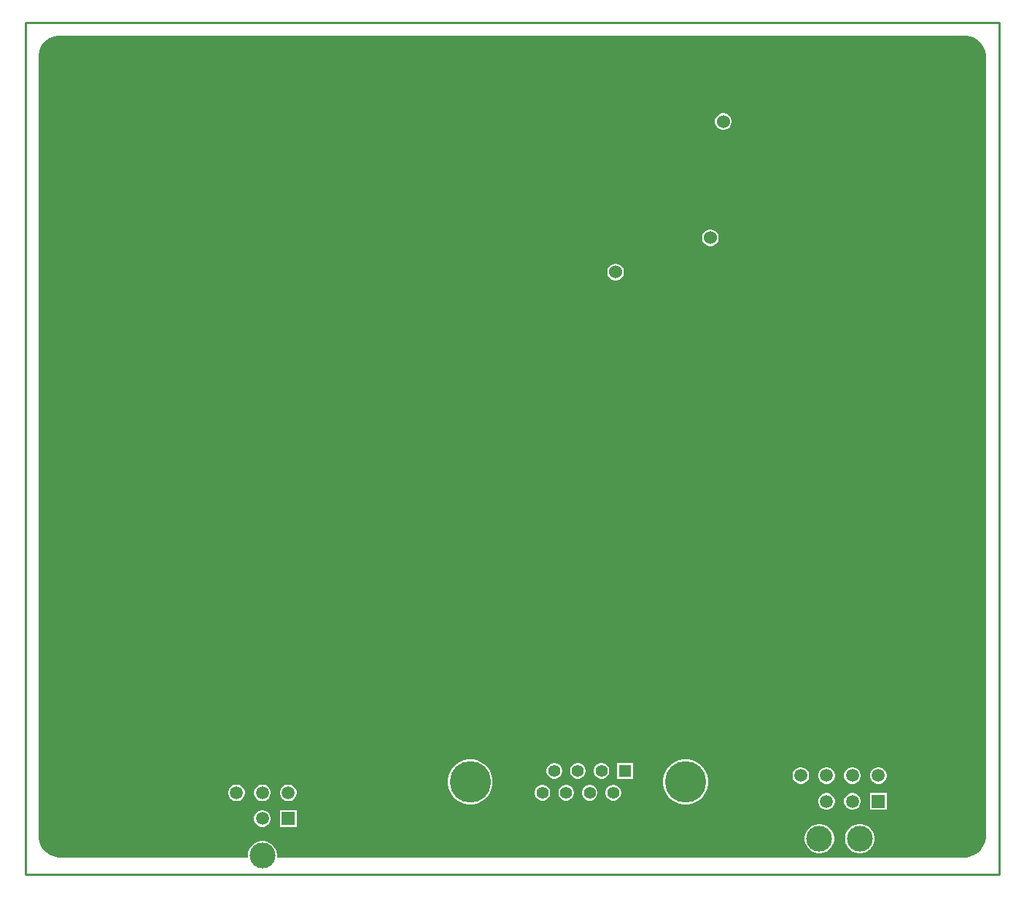
<source format=gbr>
%TF.GenerationSoftware,Altium Limited,Altium Designer,25.6.2 (33)*%
G04 Layer_Physical_Order=2*
G04 Layer_Color=16711680*
%FSLAX45Y45*%
%MOMM*%
%TF.SameCoordinates,A7DCC95B-C82A-44D7-B00A-882B20F37DA3*%
%TF.FilePolarity,Positive*%
%TF.FileFunction,Copper,L2,Bot,Signal*%
%TF.Part,Single*%
G01*
G75*
%TA.AperFunction,ViaPad*%
%ADD29C,1.52400*%
%TA.AperFunction,ComponentPad*%
%ADD30C,1.40000*%
%ADD31C,4.80000*%
%ADD32R,1.40000X1.40000*%
%ADD33C,1.52000*%
%ADD34R,1.52000X1.52000*%
%ADD35C,3.00000*%
%TA.AperFunction,ViaPad*%
%ADD36C,1.27000*%
%TA.AperFunction,NonConductor*%
%ADD37C,0.25400*%
G36*
X13820090Y12290239D02*
X13866315Y12271092D01*
X13907915Y12243295D01*
X13943294Y12207915D01*
X13971092Y12166314D01*
X13990239Y12120089D01*
X14000000Y12071017D01*
Y12046000D01*
Y3004000D01*
Y2978983D01*
X13990239Y2929911D01*
X13971092Y2883686D01*
X13943294Y2842084D01*
X13907915Y2806705D01*
X13866315Y2778908D01*
X13820090Y2759761D01*
X13771017Y2750000D01*
X5771031D01*
X5769999Y2751258D01*
Y2784744D01*
X5763466Y2817588D01*
X5750651Y2848526D01*
X5732047Y2876369D01*
X5708368Y2900048D01*
X5680525Y2918653D01*
X5649587Y2931468D01*
X5616743Y2938001D01*
X5583256D01*
X5550412Y2931468D01*
X5519474Y2918653D01*
X5491631Y2900048D01*
X5467952Y2876369D01*
X5449347Y2848526D01*
X5436533Y2817588D01*
X5430000Y2784744D01*
Y2751258D01*
X5428968Y2750000D01*
X3228983D01*
X3179911Y2759761D01*
X3133686Y2778908D01*
X3092084Y2806705D01*
X3056705Y2842084D01*
X3028908Y2883686D01*
X3009761Y2929911D01*
X3000000Y2978983D01*
Y3004000D01*
Y12046000D01*
Y12071017D01*
X3009761Y12120089D01*
X3028908Y12166314D01*
X3056705Y12207915D01*
X3092084Y12243295D01*
X3133686Y12271092D01*
X3179911Y12290239D01*
X3228983Y12300000D01*
X13771017D01*
X13820090Y12290239D01*
D02*
G37*
%LPC*%
G36*
X10962665Y11396200D02*
X10937335D01*
X10912868Y11389644D01*
X10890932Y11376979D01*
X10873021Y11359068D01*
X10860356Y11337132D01*
X10853800Y11312665D01*
Y11287335D01*
X10860356Y11262868D01*
X10873021Y11240932D01*
X10890932Y11223021D01*
X10912868Y11210356D01*
X10937335Y11203800D01*
X10962665D01*
X10987132Y11210356D01*
X11009068Y11223021D01*
X11026979Y11240932D01*
X11039644Y11262868D01*
X11046200Y11287335D01*
Y11312665D01*
X11039644Y11337132D01*
X11026979Y11359068D01*
X11009068Y11376979D01*
X10987132Y11389644D01*
X10962665Y11396200D01*
D02*
G37*
G36*
X10812665Y10046200D02*
X10787335D01*
X10762868Y10039644D01*
X10740932Y10026979D01*
X10723021Y10009068D01*
X10710356Y9987132D01*
X10703800Y9962665D01*
Y9937335D01*
X10710356Y9912868D01*
X10723021Y9890932D01*
X10740932Y9873021D01*
X10762868Y9860356D01*
X10787335Y9853800D01*
X10812665D01*
X10837132Y9860356D01*
X10859068Y9873021D01*
X10876979Y9890932D01*
X10889644Y9912868D01*
X10896200Y9937335D01*
Y9962665D01*
X10889644Y9987132D01*
X10876979Y10009068D01*
X10859068Y10026979D01*
X10837132Y10039644D01*
X10812665Y10046200D01*
D02*
G37*
G36*
X9712665Y9646200D02*
X9687335D01*
X9662868Y9639644D01*
X9640932Y9626979D01*
X9623021Y9609068D01*
X9610356Y9587132D01*
X9603800Y9562665D01*
Y9537335D01*
X9610356Y9512868D01*
X9623021Y9490932D01*
X9640932Y9473021D01*
X9662868Y9460356D01*
X9687335Y9453800D01*
X9712665D01*
X9737132Y9460356D01*
X9759068Y9473021D01*
X9776979Y9490932D01*
X9789644Y9512868D01*
X9796200Y9537335D01*
Y9562665D01*
X9789644Y9587132D01*
X9776979Y9609068D01*
X9759068Y9626979D01*
X9737132Y9639644D01*
X9712665Y9646200D01*
D02*
G37*
G36*
X9901000Y3844000D02*
X9721000D01*
Y3664000D01*
X9901000D01*
Y3844000D01*
D02*
G37*
G36*
X9548849D02*
X9525151D01*
X9502261Y3837867D01*
X9481739Y3826018D01*
X9464982Y3809261D01*
X9453133Y3788739D01*
X9447000Y3765849D01*
Y3742152D01*
X9453133Y3719262D01*
X9464982Y3698739D01*
X9481739Y3681982D01*
X9502261Y3670134D01*
X9525151Y3664000D01*
X9548849D01*
X9571739Y3670134D01*
X9592261Y3681982D01*
X9609018Y3698739D01*
X9620866Y3719262D01*
X9627000Y3742152D01*
Y3765849D01*
X9620866Y3788739D01*
X9609018Y3809261D01*
X9592261Y3826018D01*
X9571739Y3837867D01*
X9548849Y3844000D01*
D02*
G37*
G36*
X9274849D02*
X9251151D01*
X9228261Y3837867D01*
X9207739Y3826018D01*
X9190982Y3809261D01*
X9179134Y3788739D01*
X9173000Y3765849D01*
Y3742152D01*
X9179134Y3719262D01*
X9190982Y3698739D01*
X9207739Y3681982D01*
X9228261Y3670134D01*
X9251151Y3664000D01*
X9274849D01*
X9297739Y3670134D01*
X9318261Y3681982D01*
X9335018Y3698739D01*
X9346866Y3719262D01*
X9353000Y3742152D01*
Y3765849D01*
X9346866Y3788739D01*
X9335018Y3809261D01*
X9318261Y3826018D01*
X9297739Y3837867D01*
X9274849Y3844000D01*
D02*
G37*
G36*
X9000849D02*
X8977151D01*
X8954261Y3837867D01*
X8933739Y3826018D01*
X8916982Y3809261D01*
X8905134Y3788739D01*
X8899000Y3765849D01*
Y3742152D01*
X8905134Y3719262D01*
X8916982Y3698739D01*
X8933739Y3681982D01*
X8954261Y3670134D01*
X8977151Y3664000D01*
X9000849D01*
X9023739Y3670134D01*
X9044261Y3681982D01*
X9061018Y3698739D01*
X9072867Y3719262D01*
X9079000Y3742152D01*
Y3765849D01*
X9072867Y3788739D01*
X9061018Y3809261D01*
X9044261Y3826018D01*
X9023739Y3837867D01*
X9000849Y3844000D01*
D02*
G37*
G36*
X12762638Y3796000D02*
X12737361D01*
X12712945Y3789457D01*
X12691055Y3776819D01*
X12673181Y3758945D01*
X12660542Y3737055D01*
X12654000Y3712638D01*
Y3687361D01*
X12660542Y3662945D01*
X12673181Y3641055D01*
X12691055Y3623181D01*
X12712945Y3610542D01*
X12737361Y3604000D01*
X12762638D01*
X12787054Y3610542D01*
X12808945Y3623181D01*
X12826819Y3641055D01*
X12839458Y3662945D01*
X12846001Y3687361D01*
Y3712638D01*
X12839458Y3737055D01*
X12826819Y3758945D01*
X12808945Y3776819D01*
X12787054Y3789457D01*
X12762638Y3796000D01*
D02*
G37*
G36*
X12462639D02*
X12437361D01*
X12412945Y3789457D01*
X12391055Y3776819D01*
X12373181Y3758945D01*
X12360542Y3737055D01*
X12354000Y3712638D01*
Y3687361D01*
X12360542Y3662945D01*
X12373181Y3641055D01*
X12391055Y3623181D01*
X12412945Y3610542D01*
X12437361Y3604000D01*
X12462639D01*
X12487055Y3610542D01*
X12508945Y3623181D01*
X12526819Y3641055D01*
X12539458Y3662945D01*
X12546000Y3687361D01*
Y3712638D01*
X12539458Y3737055D01*
X12526819Y3758945D01*
X12508945Y3776819D01*
X12487055Y3789457D01*
X12462639Y3796000D01*
D02*
G37*
G36*
X12162638D02*
X12137361D01*
X12112945Y3789457D01*
X12091055Y3776819D01*
X12073181Y3758945D01*
X12060542Y3737055D01*
X12054000Y3712638D01*
Y3687361D01*
X12060542Y3662945D01*
X12073181Y3641055D01*
X12091055Y3623181D01*
X12112945Y3610542D01*
X12137361Y3604000D01*
X12162638D01*
X12187054Y3610542D01*
X12208945Y3623181D01*
X12226819Y3641055D01*
X12239457Y3662945D01*
X12246000Y3687361D01*
Y3712638D01*
X12239457Y3737055D01*
X12226819Y3758945D01*
X12208945Y3776819D01*
X12187054Y3789457D01*
X12162638Y3796000D01*
D02*
G37*
G36*
X11862638D02*
X11837361D01*
X11812945Y3789457D01*
X11791055Y3776819D01*
X11773181Y3758945D01*
X11760542Y3737055D01*
X11754000Y3712638D01*
Y3687361D01*
X11760542Y3662945D01*
X11773181Y3641055D01*
X11791055Y3623181D01*
X11812945Y3610542D01*
X11837361Y3604000D01*
X11862638D01*
X11887054Y3610542D01*
X11908945Y3623181D01*
X11926819Y3641055D01*
X11939457Y3662945D01*
X11946000Y3687361D01*
Y3712638D01*
X11939457Y3737055D01*
X11926819Y3758945D01*
X11908945Y3776819D01*
X11887054Y3789457D01*
X11862638Y3796000D01*
D02*
G37*
G36*
X9685849Y3590000D02*
X9662151D01*
X9639261Y3583867D01*
X9618739Y3572018D01*
X9601982Y3555261D01*
X9590133Y3534739D01*
X9584000Y3511849D01*
Y3488152D01*
X9590133Y3465262D01*
X9601982Y3444739D01*
X9618739Y3427982D01*
X9639261Y3416134D01*
X9662151Y3410000D01*
X9685849D01*
X9708739Y3416134D01*
X9729261Y3427982D01*
X9746018Y3444739D01*
X9757866Y3465262D01*
X9764000Y3488152D01*
Y3511849D01*
X9757866Y3534739D01*
X9746018Y3555261D01*
X9729261Y3572018D01*
X9708739Y3583867D01*
X9685849Y3590000D01*
D02*
G37*
G36*
X9411849D02*
X9388151D01*
X9365261Y3583867D01*
X9344739Y3572018D01*
X9327982Y3555261D01*
X9316134Y3534739D01*
X9310000Y3511849D01*
Y3488152D01*
X9316134Y3465262D01*
X9327982Y3444739D01*
X9344739Y3427982D01*
X9365261Y3416134D01*
X9388151Y3410000D01*
X9411849D01*
X9434739Y3416134D01*
X9455261Y3427982D01*
X9472018Y3444739D01*
X9483866Y3465262D01*
X9490000Y3488152D01*
Y3511849D01*
X9483866Y3534739D01*
X9472018Y3555261D01*
X9455261Y3572018D01*
X9434739Y3583867D01*
X9411849Y3590000D01*
D02*
G37*
G36*
X9137849D02*
X9114151D01*
X9091261Y3583867D01*
X9070739Y3572018D01*
X9053982Y3555261D01*
X9042134Y3534739D01*
X9036000Y3511849D01*
Y3488152D01*
X9042134Y3465262D01*
X9053982Y3444739D01*
X9070739Y3427982D01*
X9091261Y3416134D01*
X9114151Y3410000D01*
X9137849D01*
X9160739Y3416134D01*
X9181261Y3427982D01*
X9198018Y3444739D01*
X9209867Y3465262D01*
X9216000Y3488152D01*
Y3511849D01*
X9209867Y3534739D01*
X9198018Y3555261D01*
X9181261Y3572018D01*
X9160739Y3583867D01*
X9137849Y3590000D01*
D02*
G37*
G36*
X8863848D02*
X8840151D01*
X8817261Y3583867D01*
X8796739Y3572018D01*
X8779982Y3555261D01*
X8768133Y3534739D01*
X8762000Y3511849D01*
Y3488152D01*
X8768133Y3465262D01*
X8779982Y3444739D01*
X8796739Y3427982D01*
X8817261Y3416134D01*
X8840151Y3410000D01*
X8863848D01*
X8886738Y3416134D01*
X8907261Y3427982D01*
X8924017Y3444739D01*
X8935866Y3465262D01*
X8942000Y3488152D01*
Y3511849D01*
X8935866Y3534739D01*
X8924017Y3555261D01*
X8907261Y3572018D01*
X8886738Y3583867D01*
X8863848Y3590000D01*
D02*
G37*
G36*
X5912638Y3596000D02*
X5887361D01*
X5862945Y3589458D01*
X5841054Y3576820D01*
X5823180Y3558946D01*
X5810542Y3537055D01*
X5804000Y3512639D01*
Y3487362D01*
X5810542Y3462946D01*
X5823180Y3441055D01*
X5841054Y3423182D01*
X5862945Y3410543D01*
X5887361Y3404001D01*
X5912638D01*
X5937054Y3410543D01*
X5958945Y3423182D01*
X5976818Y3441055D01*
X5989457Y3462946D01*
X5995999Y3487362D01*
Y3512639D01*
X5989457Y3537055D01*
X5976818Y3558946D01*
X5958945Y3576820D01*
X5937054Y3589458D01*
X5912638Y3596000D01*
D02*
G37*
G36*
X5612638D02*
X5587361D01*
X5562945Y3589458D01*
X5541054Y3576820D01*
X5523180Y3558946D01*
X5510542Y3537055D01*
X5504000Y3512639D01*
Y3487362D01*
X5510542Y3462946D01*
X5523180Y3441055D01*
X5541054Y3423182D01*
X5562945Y3410543D01*
X5587361Y3404001D01*
X5612638D01*
X5637054Y3410543D01*
X5658945Y3423182D01*
X5676818Y3441055D01*
X5689457Y3462946D01*
X5695999Y3487362D01*
Y3512639D01*
X5689457Y3537055D01*
X5676818Y3558946D01*
X5658945Y3576820D01*
X5637054Y3589458D01*
X5612638Y3596000D01*
D02*
G37*
G36*
X5312638D02*
X5287361D01*
X5262945Y3589458D01*
X5241054Y3576820D01*
X5223180Y3558946D01*
X5210542Y3537055D01*
X5203999Y3512639D01*
Y3487362D01*
X5210542Y3462946D01*
X5223180Y3441055D01*
X5241054Y3423182D01*
X5262945Y3410543D01*
X5287361Y3404001D01*
X5312638D01*
X5337054Y3410543D01*
X5358945Y3423182D01*
X5376818Y3441055D01*
X5389457Y3462946D01*
X5395999Y3487362D01*
Y3512639D01*
X5389457Y3537055D01*
X5376818Y3558946D01*
X5358945Y3576820D01*
X5337054Y3589458D01*
X5312638Y3596000D01*
D02*
G37*
G36*
X10538608Y3887000D02*
X10487392D01*
X10437161Y3877009D01*
X10389844Y3857409D01*
X10347260Y3828955D01*
X10311045Y3792740D01*
X10282591Y3750156D01*
X10262992Y3702839D01*
X10253000Y3652608D01*
Y3601392D01*
X10262992Y3551161D01*
X10282591Y3503844D01*
X10311045Y3461260D01*
X10347260Y3425045D01*
X10389844Y3396591D01*
X10437161Y3376992D01*
X10487392Y3367000D01*
X10538608D01*
X10588839Y3376992D01*
X10636156Y3396591D01*
X10678740Y3425045D01*
X10714955Y3461260D01*
X10743409Y3503844D01*
X10763008Y3551161D01*
X10773000Y3601392D01*
Y3652608D01*
X10763008Y3702839D01*
X10743409Y3750156D01*
X10714955Y3792740D01*
X10678740Y3828955D01*
X10636156Y3857409D01*
X10588839Y3877009D01*
X10538608Y3887000D01*
D02*
G37*
G36*
X8038608D02*
X7987392D01*
X7937161Y3877009D01*
X7889844Y3857409D01*
X7847260Y3828955D01*
X7811045Y3792740D01*
X7782591Y3750156D01*
X7762992Y3702839D01*
X7753000Y3652608D01*
Y3601392D01*
X7762992Y3551161D01*
X7782591Y3503844D01*
X7811045Y3461260D01*
X7847260Y3425045D01*
X7889844Y3396591D01*
X7937161Y3376992D01*
X7987392Y3367000D01*
X8038608D01*
X8088839Y3376992D01*
X8136156Y3396591D01*
X8178740Y3425045D01*
X8214955Y3461260D01*
X8243409Y3503844D01*
X8263008Y3551161D01*
X8273000Y3601392D01*
Y3652608D01*
X8263008Y3702839D01*
X8243409Y3750156D01*
X8214955Y3792740D01*
X8178740Y3828955D01*
X8136156Y3857409D01*
X8088839Y3877009D01*
X8038608Y3887000D01*
D02*
G37*
G36*
X12846001Y3496000D02*
X12654000D01*
Y3304000D01*
X12846001D01*
Y3496000D01*
D02*
G37*
G36*
X12462639D02*
X12437361D01*
X12412945Y3489458D01*
X12391055Y3476819D01*
X12373181Y3458945D01*
X12360542Y3437055D01*
X12354000Y3412639D01*
Y3387362D01*
X12360542Y3362946D01*
X12373181Y3341055D01*
X12391055Y3323181D01*
X12412945Y3310543D01*
X12437361Y3304000D01*
X12462639D01*
X12487055Y3310543D01*
X12508945Y3323181D01*
X12526819Y3341055D01*
X12539458Y3362946D01*
X12546000Y3387362D01*
Y3412639D01*
X12539458Y3437055D01*
X12526819Y3458945D01*
X12508945Y3476819D01*
X12487055Y3489458D01*
X12462639Y3496000D01*
D02*
G37*
G36*
X12162638D02*
X12137361D01*
X12112945Y3489458D01*
X12091055Y3476819D01*
X12073181Y3458945D01*
X12060542Y3437055D01*
X12054000Y3412639D01*
Y3387362D01*
X12060542Y3362946D01*
X12073181Y3341055D01*
X12091055Y3323181D01*
X12112945Y3310543D01*
X12137361Y3304000D01*
X12162638D01*
X12187054Y3310543D01*
X12208945Y3323181D01*
X12226819Y3341055D01*
X12239457Y3362946D01*
X12246000Y3387362D01*
Y3412639D01*
X12239457Y3437055D01*
X12226819Y3458945D01*
X12208945Y3476819D01*
X12187054Y3489458D01*
X12162638Y3496000D01*
D02*
G37*
G36*
X5995999Y3296001D02*
X5804000D01*
Y3104001D01*
X5995999D01*
Y3296001D01*
D02*
G37*
G36*
X5612638D02*
X5587361D01*
X5562945Y3289458D01*
X5541054Y3276820D01*
X5523180Y3258946D01*
X5510542Y3237055D01*
X5504000Y3212639D01*
Y3187362D01*
X5510542Y3162946D01*
X5523180Y3141055D01*
X5541054Y3123182D01*
X5562945Y3110543D01*
X5587361Y3104001D01*
X5612638D01*
X5637054Y3110543D01*
X5658945Y3123182D01*
X5676818Y3141055D01*
X5689457Y3162946D01*
X5695999Y3187362D01*
Y3212639D01*
X5689457Y3237055D01*
X5676818Y3258946D01*
X5658945Y3276820D01*
X5637054Y3289458D01*
X5612638Y3296001D01*
D02*
G37*
G36*
X12550743Y3138000D02*
X12517256D01*
X12484413Y3131467D01*
X12453475Y3118652D01*
X12425631Y3100048D01*
X12401952Y3076369D01*
X12383348Y3048525D01*
X12370533Y3017587D01*
X12364000Y2984744D01*
Y2951257D01*
X12370533Y2918413D01*
X12383348Y2887475D01*
X12401952Y2859632D01*
X12425631Y2835953D01*
X12453475Y2817348D01*
X12484413Y2804533D01*
X12517256Y2798000D01*
X12550743D01*
X12583587Y2804533D01*
X12614525Y2817348D01*
X12642368Y2835953D01*
X12666047Y2859632D01*
X12684652Y2887475D01*
X12697467Y2918413D01*
X12704000Y2951257D01*
Y2984744D01*
X12697467Y3017587D01*
X12684652Y3048525D01*
X12666047Y3076369D01*
X12642368Y3100048D01*
X12614525Y3118652D01*
X12583587Y3131467D01*
X12550743Y3138000D01*
D02*
G37*
G36*
X12082743D02*
X12049257D01*
X12016413Y3131467D01*
X11985475Y3118652D01*
X11957631Y3100048D01*
X11933953Y3076369D01*
X11915348Y3048525D01*
X11902533Y3017587D01*
X11896000Y2984744D01*
Y2951257D01*
X11902533Y2918413D01*
X11915348Y2887475D01*
X11933953Y2859632D01*
X11957631Y2835953D01*
X11985475Y2817348D01*
X12016413Y2804533D01*
X12049257Y2798000D01*
X12082743D01*
X12115587Y2804533D01*
X12146525Y2817348D01*
X12174369Y2835953D01*
X12198047Y2859632D01*
X12216652Y2887475D01*
X12229467Y2918413D01*
X12236000Y2951257D01*
Y2984744D01*
X12229467Y3017587D01*
X12216652Y3048525D01*
X12198047Y3076369D01*
X12174369Y3100048D01*
X12146525Y3118652D01*
X12115587Y3131467D01*
X12082743Y3138000D01*
D02*
G37*
%LPD*%
D29*
X9700000Y9550000D02*
D03*
X10800000Y9950000D02*
D03*
X10950000Y11300000D02*
D03*
D30*
X8715000Y3754000D02*
D03*
X8852000Y3500000D02*
D03*
X9126000D02*
D03*
X9400000D02*
D03*
X9674000D02*
D03*
X8989000Y3754000D02*
D03*
X9537000D02*
D03*
X9263000D02*
D03*
D31*
X8013000Y3627000D02*
D03*
X10513000D02*
D03*
D32*
X9811000Y3754000D02*
D03*
D33*
X5599999Y3500001D02*
D03*
X5299999Y3200001D02*
D03*
X11850000Y3400000D02*
D03*
Y3700000D02*
D03*
X12450000Y3400000D02*
D03*
X12750000Y3700000D02*
D03*
X12150000Y3400000D02*
D03*
X12450000Y3700000D02*
D03*
X12150000D02*
D03*
X5299999Y3500001D02*
D03*
X5599999Y3200001D02*
D03*
X5899999Y3500001D02*
D03*
D34*
Y3200001D02*
D03*
X12750000Y3400000D02*
D03*
D35*
X12534000Y2968000D02*
D03*
X12066000D02*
D03*
X5599999Y2768001D02*
D03*
D36*
X3950000Y7222726D02*
D03*
Y6418181D02*
D03*
Y4809090D02*
D03*
Y4004545D02*
D03*
X12773799Y9532500D02*
D03*
X11250000Y2950000D02*
D03*
X6923799Y3732500D02*
D03*
X7073799Y5382500D02*
D03*
X7273799Y6432500D02*
D03*
X5528727Y3953285D02*
D03*
X4823799Y4982500D02*
D03*
Y6732500D02*
D03*
Y7582500D02*
D03*
X4873799Y9532500D02*
D03*
X7023799D02*
D03*
X7323799Y8482500D02*
D03*
X10493799Y6202500D02*
D03*
X11223799Y5582500D02*
D03*
X10723799Y4482500D02*
D03*
X11773799Y4532500D02*
D03*
X12873799Y6582500D02*
D03*
Y7432500D02*
D03*
X10623799Y7732500D02*
D03*
X11873798Y8932500D02*
D03*
X10773799D02*
D03*
X9673799D02*
D03*
X7699999Y10650000D02*
D03*
X8799999D02*
D03*
X9899999D02*
D03*
X10999999D02*
D03*
X12099998D02*
D03*
X13600000Y4250000D02*
D03*
Y3100000D02*
D03*
X12049999Y12100000D02*
D03*
X10949999D02*
D03*
X9849999D02*
D03*
X8749999D02*
D03*
X7649999D02*
D03*
X6549999D02*
D03*
X5450000D02*
D03*
X4350000D02*
D03*
X3250000D02*
D03*
X13600000Y5400000D02*
D03*
Y6450000D02*
D03*
Y7650000D02*
D03*
Y8800000D02*
D03*
Y9950000D02*
D03*
Y10950000D02*
D03*
X13099998Y2950000D02*
D03*
X10457142D02*
D03*
X9135714D02*
D03*
X7814285D02*
D03*
X6492857D02*
D03*
X4700000Y2900000D02*
D03*
X3850000Y2950000D02*
D03*
X3250000Y3200000D02*
D03*
Y4004545D02*
D03*
Y4809090D02*
D03*
Y5613636D02*
D03*
Y6418181D02*
D03*
Y7222726D02*
D03*
Y8027271D02*
D03*
Y9636362D02*
D03*
X3250000Y10440907D02*
D03*
X3250000Y11245452D02*
D03*
X12700000Y5750000D02*
D03*
X5100000Y5350000D02*
D03*
X5250000Y4900000D02*
D03*
X5620000Y6350000D02*
D03*
Y5800000D02*
D03*
X6870000Y6350000D02*
D03*
X3250000Y8600000D02*
D03*
X3350000Y11660000D02*
D03*
X3929737Y11372432D02*
D03*
X4479190Y9946268D02*
D03*
X6650000Y8550000D02*
D03*
X6550000Y9660000D02*
D03*
X4470324Y11369185D02*
D03*
X7700000Y5200000D02*
D03*
X7800000Y4850000D02*
D03*
X8150000Y5800000D02*
D03*
Y6350000D02*
D03*
X10945000Y7049999D02*
D03*
X9500000Y6350000D02*
D03*
X7070000Y8100000D02*
D03*
X8300000Y9300000D02*
D03*
X6900000Y10110000D02*
D03*
X9300000Y8550000D02*
D03*
X9750000Y8150000D02*
D03*
X11445000Y8399999D02*
D03*
X12556372Y7926658D02*
D03*
X12650000Y8550000D02*
D03*
D37*
X2850000Y2550000D02*
X14150000D01*
X2850000Y12450000D02*
X14150000D01*
Y2550000D02*
Y12450000D01*
X2850000Y2550000D02*
Y12450000D01*
%TF.MD5,667597efff7b1e5778dac4784a1080cf*%
M02*

</source>
